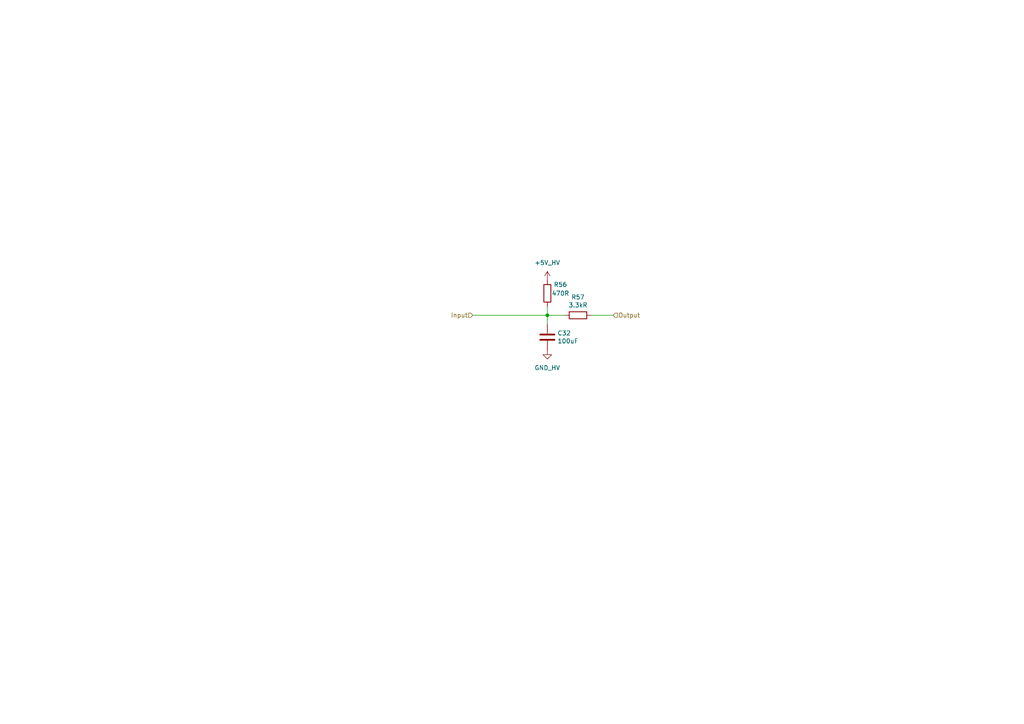
<source format=kicad_sch>
(kicad_sch (version 20211123) (generator eeschema)
  (paper "A4")
  (lib_symbols
    (symbol "+5v_hv:+5V_HV" (power) (pin_names (offset 0))
      (property "Value" "+5V_HV" (at 0 3.556 0))
      (symbol "+5V_HV_0_1"
        (polyline (pts (xy -0.762 1.27) (xy 0 2.54)))
        (polyline (pts (xy 0 0) (xy 0 2.54)))
        (polyline (pts (xy 0 2.54) (xy 0.762 1.27)))
      )
      (symbol "+5V_HV_1_1"
        (pin power_in line (at 0 0 90) (length 0) hide (name "+5V_HV") (number "1"))
      )
    )
    (symbol "Device:C" (pin_numbers hide) (pin_names (offset 0.254))
      (property "Reference" "C" (at 0.635 2.54 0))
      (property "Value" "C" (at 0.635 -2.54 0))
      (symbol "C_0_1"
        (polyline (pts (xy -2.032 -0.762) (xy 2.032 -0.762)) (stroke (width 0.508)))
        (polyline (pts (xy -2.032 0.762) (xy 2.032 0.762)) (stroke (width 0.508)))
      )
      (symbol "C_1_1"
        (pin passive line (at 0 3.81 270) (length 2.794) (name "~") (number "1"))
        (pin passive line (at 0 -3.81 90) (length 2.794) (name "~") (number "2"))
      )
    )
    (symbol "Device:R" (pin_numbers hide) (pin_names (offset 0))
      (property "Reference" "R" (at 2.032 0 90))
      (property "Value" "R" (at 0 0 90))
      (symbol "R_0_1"
        (rectangle (start -1.016 -2.54) (end 1.016 2.54) (stroke (width 0.254)))
      )
      (symbol "R_1_1"
        (pin passive line (at 0 3.81 270) (length 1.27) (name "~") (number "1"))
        (pin passive line (at 0 -3.81 90) (length 1.27) (name "~") (number "2"))
      )
    )
    (symbol "gnd_hv:GND_HV" (power) (pin_names (offset 0))
      (property "Value" "GND_HV" (at 0 -3.81 0))
      (symbol "GND_HV_0_1"
        (polyline (pts (xy 0 0) (xy 0 -1.27) (xy 1.27 -1.27) (xy 0 -2.54) (xy -1.27 -1.27) (xy 0 -1.27)))
      )
      (symbol "GND_HV_1_1"
        (pin power_in line (at 0 0 270) (length 0) hide (name "GND_HV") (number "1"))
      )
    )
  )
  (junction (at 158.75 91.44))
  (wire (pts (xy 171.45 91.44) (xy 177.8 91.44)))
  (wire (pts (xy 158.75 88.9) (xy 158.75 91.44)))
  (wire (pts (xy 137.16 91.44) (xy 158.75 91.44)))
  (wire (pts (xy 158.75 91.44) (xy 158.75 93.98)))
  (wire (pts (xy 163.83 91.44) (xy 158.75 91.44)))
  (hierarchical_label "Output" (shape input) (at 177.8 91.44 0))
  (hierarchical_label "Input" (shape input) (at 137.16 91.44 180))
  (symbol (lib_id "Device:R") (at 167.64 91.44 270) (unit 1)
    (property "Reference" "R57" (at 167.64 86.1822 90))
    (property "Value" "3.3kR" (at 167.64 88.4936 90))
    (property "Footprint" "Resistor_SMD:R_0603_1608Metric_Pad0.98x0.95mm_HandSolder" (effects hide))
    (property "Part Number" "-" (effects hide))
    (property "Manufacturer" "-" (effects hide))
  )
  (symbol (lib_id "Device:C") (at 158.75 97.79 180) (unit 1)
    (property "Reference" "C32" (at 161.671 96.6216 0) (effects (justify right)))
    (property "Value" "100uF" (at 161.671 98.933 0) (effects (justify right)))
    (property "Footprint" "Capacitor_SMD:C_1206_3216Metric_Pad1.33x1.80mm_HandSolder" (effects hide))
    (property "Part Number" "-" (effects hide))
    (property "Manufacturer" "-" (effects hide))
  )
  (symbol (lib_id "Device:R") (at 158.75 85.09 180) (unit 1)
    (property "Reference" "R56" (at 162.56 82.55 0))
    (property "Value" "470R" (at 162.56 85.09 0))
    (property "Footprint" "Resistor_SMD:R_0603_1608Metric_Pad0.98x0.95mm_HandSolder" (effects hide))
    (property "Part Number" "-" (effects hide))
    (property "Manufacturer" "-" (effects hide))
  )
  (symbol (lib_id "gnd_hv:GND_HV") (at 158.75 101.6 0) (unit 1)
    (property "Reference" "#PWR059" (effects hide))
    (property "Value" "~" (at 158.75 106.68 0))
  )
  (symbol (lib_id "+5v_hv:+5V_HV") (at 158.75 81.28 0) (unit 1)
    (property "Reference" "#PWR058" (effects hide))
    (property "Value" "~" (at 158.75 76.2 0))
  )
)
</source>
